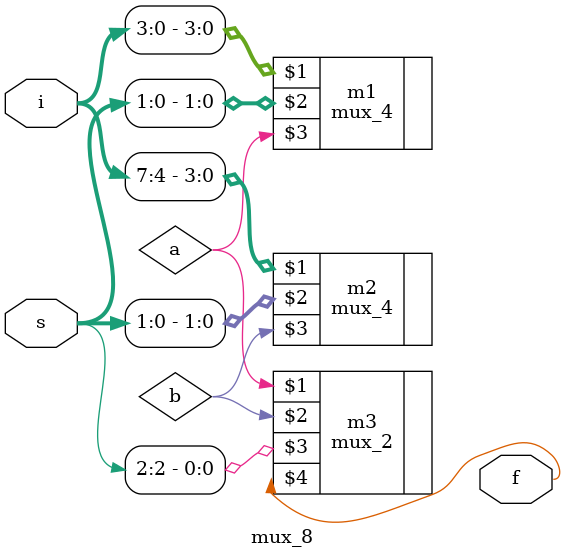
<source format=v>
`timescale 1ns / 1ps


module mux_8(i,s,f);
    input [7:0] i;input [2:0] s;
    output f;
    wire a,b;
    mux_4 m1({i[3:0]},{s[1:0]},a);
    mux_4 m2({i[7:4]},{s[1:0]},b);
    mux_2 m3(a,b,s[2],f);
endmodule

</source>
